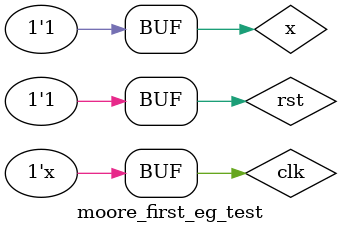
<source format=v>
module moore_first_eg_test;

	// Inputs
	reg rst;
	reg clk;
	reg x;

	// Outputs
	wire y;

	// Instantiate the Unit Under Test (UUT)
	moore_first_eg uut (
		.rst(rst), 
		.clk(clk), 
		.x(x), 
		.y(y)
	);
   always #100 clk=~clk;
	initial begin
		// Initialize Inputs
		rst = 0;
		clk = 0;
		x = 0;

		// Wait 100 ns for global reset to finish
		#100 rst=1'b0;x=1'b0;
		#100 rst=1'b0;x=1'b1;
		#100 rst=1'b1;x=1'b0;
		#100 rst=1'b1;x=1'b1;
        
		// Add stimulus here

	end
      
endmodule


</source>
